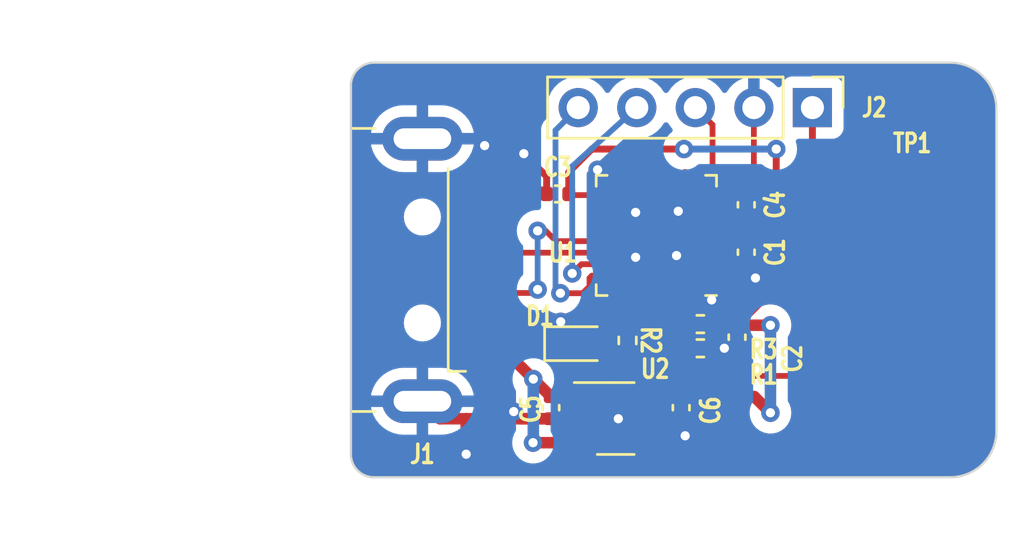
<source format=kicad_pcb>
(kicad_pcb (version 20221018) (generator pcbnew)
  (layers (0 "F.Cu" signal) (31 "B.Cu" signal) (34 "B.Paste" user) (35 "F.Paste" user) (36 "B.SilkS" user "B.Silkscreen") (37 "F.SilkS" user "F.Silkscreen") (38 "B.Mask" user) (39 "F.Mask" user) (44 "Edge.Cuts" user))
  (net 0 "")
  (net 1 "/GND")
  (net 2 "/RST")
  (net 3 "/+3.3V")
  (net 4 "/+5V_USB")
  (net 5 "Net-(D1-A)")
  (net 6 "/USB_DM")
  (net 7 "/USB_DP")
  (net 8 "/SWDCLK")
  (net 9 "/SWDIO")
  (net 10 "/DBG_TX")
  (net 11 "/TOUCH")
  (net 12 "/LED")
  (net 28 "Net-(U1-PB4)")
  (footprint "Package_DFN_QFN:QFN-32-1EP_5x5mm_P0.5mm_EP3.45x3.45mm" (layer "F.Cu") (at 105.55 103.8 180)
    (fp_text reference "U1" (at 4.05 -0.75 unlocked) (layer "F.SilkS") (effects (font (size 0.8 0.6))))
    (fp_text value "STM32L432KCUx")
    (fp_line (start -2.61 2.61) (end -2.61 2.135) (stroke (width 0.12)) (layer "F.SilkS"))
    (fp_line (start -2.135 -2.61) (end -2.61 -2.61) (stroke (width 0.12)) (layer "F.SilkS"))
    (fp_line (start -2.135 2.61) (end -2.61 2.61) (stroke (width 0.12)) (layer "F.SilkS"))
    (fp_line (start 2.135 -2.61) (end 2.61 -2.61) (stroke (width 0.12)) (layer "F.SilkS"))
    (fp_line (start 2.135 2.61) (end 2.61 2.61) (stroke (width 0.12)) (layer "F.SilkS"))
    (fp_line (start 2.61 -2.61) (end 2.61 -2.135) (stroke (width 0.12)) (layer "F.SilkS"))
    (fp_line (start 2.61 2.61) (end 2.61 2.135) (stroke (width 0.12)) (layer "F.SilkS"))
    (pad "1" smd roundrect (at -2.4375 -1.75 180) (size 0.875 0.25) (layers "F.Cu" "F.Paste" "F.Mask") (net 3 "/+3.3V"))
    (pad "2" smd roundrect (at -2.4375 -1.25 180) (size 0.875 0.25) (layers "F.Cu" "F.Paste" "F.Mask"))
    (pad "3" smd roundrect (at -2.4375 -0.75 180) (size 0.875 0.25) (layers "F.Cu" "F.Paste" "F.Mask"))
    (pad "4" smd roundrect (at -2.4375 -0.25 180) (size 0.875 0.25) (layers "F.Cu" "F.Paste" "F.Mask") (net 2 "/RST"))
    (pad "5" smd roundrect (at -2.4375 0.25 180) (size 0.875 0.25) (layers "F.Cu" "F.Paste" "F.Mask") (net 3 "/+3.3V"))
    (pad "6" smd roundrect (at -2.4375 0.75 180) (size 0.875 0.25) (layers "F.Cu" "F.Paste" "F.Mask"))
    (pad "7" smd roundrect (at -2.4375 1.25 180) (size 0.875 0.25) (layers "F.Cu" "F.Paste" "F.Mask"))
    (pad "8" smd roundrect (at -2.4375 1.75 180) (size 0.875 0.25) (layers "F.Cu" "F.Paste" "F.Mask") (net 10 "/DBG_TX"))
    (pad "9" smd roundrect (at -1.75 2.4375 180) (size 0.25 0.875) (layers "F.Cu" "F.Paste" "F.Mask"))
    (pad "10" smd roundrect (at -1.25 2.4375 180) (size 0.25 0.875) (layers "F.Cu" "F.Paste" "F.Mask"))
    (pad "11" smd roundrect (at -0.75 2.4375 180) (size 0.25 0.875) (layers "F.Cu" "F.Paste" "F.Mask"))
    (pad "12" smd roundrect (at -0.25 2.4375 180) (size 0.25 0.875) (layers "F.Cu" "F.Paste" "F.Mask"))
    (pad "13" smd roundrect (at 0.25 2.4375 180) (size 0.25 0.875) (layers "F.Cu" "F.Paste" "F.Mask"))
    (pad "14" smd roundrect (at 0.75 2.4375 180) (size 0.25 0.875) (layers "F.Cu" "F.Paste" "F.Mask"))
    (pad "15" smd roundrect (at 1.25 2.4375 180) (size 0.25 0.875) (layers "F.Cu" "F.Paste" "F.Mask"))
    (pad "16" smd roundrect (at 1.75 2.4375 180) (size 0.25 0.875) (layers "F.Cu" "F.Paste" "F.Mask") (net 1 "/GND"))
    (pad "17" smd roundrect (at 2.4375 1.75 180) (size 0.875 0.25) (layers "F.Cu" "F.Paste" "F.Mask") (net 3 "/+3.3V"))
    (pad "18" smd roundrect (at 2.4375 1.25 180) (size 0.875 0.25) (layers "F.Cu" "F.Paste" "F.Mask"))
    (pad "19" smd roundrect (at 2.4375 0.75 180) (size 0.875 0.25) (layers "F.Cu" "F.Paste" "F.Mask"))
    (pad "20" smd roundrect (at 2.4375 0.25 180) (size 0.875 0.25) (layers "F.Cu" "F.Paste" "F.Mask"))
    (pad "21" smd roundrect (at 2.4375 -0.25 180) (size 0.875 0.25) (layers "F.Cu" "F.Paste" "F.Mask") (net 6 "/USB_DM"))
    (pad "22" smd roundrect (at 2.4375 -0.75 180) (size 0.875 0.25) (layers "F.Cu" "F.Paste" "F.Mask") (net 7 "/USB_DP"))
    (pad "23" smd roundrect (at 2.4375 -1.25 180) (size 0.875 0.25) (layers "F.Cu" "F.Paste" "F.Mask") (net 8 "/SWDCLK"))
    (pad "24" smd roundrect (at 2.4375 -1.75 180) (size 0.875 0.25) (layers "F.Cu" "F.Paste" "F.Mask") (net 9 "/SWDIO"))
    (pad "25" smd roundrect (at 1.75 -2.4375 180) (size 0.25 0.875) (layers "F.Cu" "F.Paste" "F.Mask"))
    (pad "26" smd roundrect (at 1.25 -2.4375 180) (size 0.25 0.875) (layers "F.Cu" "F.Paste" "F.Mask") (net 12 "/LED"))
    (pad "27" smd roundrect (at 0.75 -2.4375 180) (size 0.25 0.875) (layers "F.Cu" "F.Paste" "F.Mask") (net 28 "Net-(U1-PB4)"))
    (pad "28" smd roundrect (at 0.25 -2.4375 180) (size 0.25 0.875) (layers "F.Cu" "F.Paste" "F.Mask") (net 28 "Net-(U1-PB4)"))
    (pad "29" smd roundrect (at -0.25 -2.4375 180) (size 0.25 0.875) (layers "F.Cu" "F.Paste" "F.Mask"))
    (pad "30" smd roundrect (at -0.75 -2.4375 180) (size 0.25 0.875) (layers "F.Cu" "F.Paste" "F.Mask"))
    (pad "31" smd roundrect (at -1.25 -2.4375 180) (size 0.25 0.875) (layers "F.Cu" "F.Paste" "F.Mask") (net 11 "/TOUCH"))
    (pad "32" smd roundrect (at -1.75 -2.4375 180) (size 0.25 0.875) (layers "F.Cu" "F.Paste" "F.Mask") (net 1 "/GND"))
    (pad "33" smd rect (at 0 0 180) (size 3.45 3.45) (layers "F.Cu" "F.Mask") (net 1 "/GND"))
  )
  (footprint "Connector_USB:USB_A_CNCTech_1001-011-01101_Horizontal" (layer "F.Cu") (at 88.5 105.3 180)
    (fp_text reference "J1" (at -6.9 -8 unlocked) (layer "F.SilkS") (effects (font (size 0.8 0.6))))
    (fp_text value "USB_A")
    (fp_line (start -8.02 -4.4) (end -8.775 -4.4) (stroke (width 0.12)) (layer "F.SilkS"))
    (fp_line (start -8.02 -4.4) (end -8.02 4.4) (stroke (width 0.12)) (layer "F.SilkS"))
    (fp_line (start -4.85 -6.145) (end -3.8 -6.145) (stroke (width 0.12)) (layer "F.SilkS"))
    (fp_line (start -4.85 6.145) (end -3.8 6.145) (stroke (width 0.12)) (layer "F.SilkS"))
    (pad "" np_thru_hole circle (at -6.9 -2.3 180) (size 1.1 1.1) (drill 1.1) (layers "*.Cu" "*.Mask"))
    (pad "" np_thru_hole circle (at -6.9 2.3 180) (size 1.1 1.1) (drill 1.1) (layers "*.Cu" "*.Mask"))
    (pad "1" smd rect (at -9.65 -3.5 180) (size 2.5 1.1) (layers "F.Cu" "F.Paste" "F.Mask") (net 4 "/+5V_USB"))
    (pad "2" smd rect (at -9.65 -1 180) (size 2.5 1.1) (layers "F.Cu" "F.Paste" "F.Mask") (net 6 "/USB_DM"))
    (pad "3" smd rect (at -9.65 1 180) (size 2.5 1.1) (layers "F.Cu" "F.Paste" "F.Mask") (net 7 "/USB_DP"))
    (pad "4" smd rect (at -9.65 3.5 180) (size 2.5 1.1) (layers "F.Cu" "F.Paste" "F.Mask") (net 1 "/GND"))
    (pad "5" thru_hole oval (at -6.9 -5.7 180) (size 3.5 1.9) (drill oval 2.5 0.9) (layers "*.Cu" "*.Mask") (net 1 "/GND"))
    (pad "5" thru_hole oval (at -6.9 5.7 180) (size 3.5 1.9) (drill oval 2.5 0.9) (layers "*.Cu" "*.Mask") (net 1 "/GND"))
  )
  (footprint "LED_SMD:LED_0603_1608Metric" (layer "F.Cu") (at 102.1875 108.5)
    (fp_text reference "D1" (at -1.6875 -1.2 unlocked) (layer "F.SilkS") (effects (font (size 0.8 0.6))))
    (fp_text value "LED")
    (fp_line (start -1.485 -0.735) (end -1.485 0.735) (stroke (width 0.12)) (layer "F.SilkS"))
    (fp_line (start -1.485 0.735) (end 0.8 0.735) (stroke (width 0.12)) (layer "F.SilkS"))
    (fp_line (start 0.8 -0.735) (end -1.485 -0.735) (stroke (width 0.12)) (layer "F.SilkS"))
    (pad "1" smd roundrect (at -0.7875 0) (size 0.875 0.95) (layers "F.Cu" "F.Paste" "F.Mask") (net 1 "/GND"))
    (pad "2" smd roundrect (at 0.7875 0) (size 0.875 0.95) (layers "F.Cu" "F.Paste" "F.Mask") (net 5 "Net-(D1-A)"))
  )
  (footprint "Capacitor_SMD:C_0402_1005Metric" (layer "F.Cu") (at 109.05 108.22 90)
    (fp_text reference "C2" (at -0.93 2.4 90 unlocked) (layer "F.SilkS") (effects (font (size 0.8 0.6))))
    (fp_text value "C_0402_100NF_16V")
    (fp_line (start -0.107836 -0.36) (end 0.107836 -0.36) (stroke (width 0.12)) (layer "F.SilkS"))
    (fp_line (start -0.107836 0.36) (end 0.107836 0.36) (stroke (width 0.12)) (layer "F.SilkS"))
    (pad "1" smd roundrect (at -0.48 0 90) (size 0.56 0.62) (layers "F.Cu" "F.Paste" "F.Mask") (net 1 "/GND"))
    (pad "2" smd roundrect (at 0.48 0 90) (size 0.56 0.62) (layers "F.Cu" "F.Paste" "F.Mask") (net 3 "/+3.3V"))
  )
  (footprint "Resistor_SMD:R_0402_1005Metric" (layer "F.Cu") (at 104.3 108.36 90)
    (fp_text reference "R2" (at 0.01 1 270 unlocked) (layer "F.SilkS") (effects (font (size 0.8 0.6))))
    (fp_text value "R_0402_56K")
    (fp_line (start -0.153641 -0.38) (end 0.153641 -0.38) (stroke (width 0.12)) (layer "F.SilkS"))
    (fp_line (start -0.153641 0.38) (end 0.153641 0.38) (stroke (width 0.12)) (layer "F.SilkS"))
    (pad "1" smd roundrect (at -0.51 0 90) (size 0.54 0.64) (layers "F.Cu" "F.Paste" "F.Mask") (net 5 "Net-(D1-A)"))
    (pad "2" smd roundrect (at 0.51 0 90) (size 0.54 0.64) (layers "F.Cu" "F.Paste" "F.Mask") (net 12 "/LED"))
  )
  (footprint "Connector_PinHeader_2.54mm:PinHeader_1x05_P2.54mm_Vertical" (layer "F.Cu") (at 112.32 98.25 -90)
    (fp_text reference "J2" (at 0 -2.68 unlocked) (layer "F.SilkS") (effects (font (size 0.8 0.6))))
    (fp_text value "Conn_01x05")
    (fp_line (start -1.33 -1.33) (end 0 -1.33) (stroke (width 0.12)) (layer "F.SilkS"))
    (fp_line (start -1.33 0) (end -1.33 -1.33) (stroke (width 0.12)) (layer "F.SilkS"))
    (fp_line (start -1.33 1.27) (end -1.33 11.49) (stroke (width 0.12)) (layer "F.SilkS"))
    (fp_line (start -1.33 1.27) (end 1.33 1.27) (stroke (width 0.12)) (layer "F.SilkS"))
    (fp_line (start -1.33 11.49) (end 1.33 11.49) (stroke (width 0.12)) (layer "F.SilkS"))
    (fp_line (start 1.33 1.27) (end 1.33 11.49) (stroke (width 0.12)) (layer "F.SilkS"))
    (pad "1" thru_hole rect (at 0 0 270) (size 1.7 1.7) (drill 1) (layers "*.Cu" "*.Mask") (net 3 "/+3.3V"))
    (pad "2" thru_hole oval (at 0 2.54 270) (size 1.7 1.7) (drill 1) (layers "*.Cu" "*.Mask") (net 1 "/GND"))
    (pad "3" thru_hole oval (at 0 5.08 270) (size 1.7 1.7) (drill 1) (layers "*.Cu" "*.Mask") (net 10 "/DBG_TX"))
    (pad "4" thru_hole oval (at 0 7.62 270) (size 1.7 1.7) (drill 1) (layers "*.Cu" "*.Mask") (net 8 "/SWDCLK"))
    (pad "5" thru_hole oval (at 0 10.16 270) (size 1.7 1.7) (drill 1) (layers "*.Cu" "*.Mask") (net 9 "/SWDIO"))
  )
  (footprint "Capacitor_SMD:C_0402_1005Metric" (layer "F.Cu") (at 100.975 111.28 -90)
    (fp_text reference "C5" (at 0.07 0.875 90 unlocked) (layer "F.SilkS") (effects (font (size 0.8 0.6))))
    (fp_text value "C_0402_1UF_10V")
    (fp_line (start -0.107836 -0.36) (end 0.107836 -0.36) (stroke (width 0.12)) (layer "F.SilkS"))
    (fp_line (start -0.107836 0.36) (end 0.107836 0.36) (stroke (width 0.12)) (layer "F.SilkS"))
    (pad "1" smd roundrect (at -0.48 0 270) (size 0.56 0.62) (layers "F.Cu" "F.Paste" "F.Mask") (net 4 "/+5V_USB"))
    (pad "2" smd roundrect (at 0.48 0 270) (size 0.56 0.62) (layers "F.Cu" "F.Paste" "F.Mask") (net 1 "/GND"))
  )
  (footprint "CapSensor:CapSensor_8mm" (layer "F.Cu") (at 116 105.45)
    (fp_text reference "TP1" (at 0.65 -5.65 unlocked) (layer "F.SilkS") (effects (font (size 0.8 0.6))))
    (fp_text value "TestPoint")
    (pad "1" smd circle (at 0 0) (size 8 8) (layers "F.Cu" "F.Paste" "F.Mask") (net 11 "/TOUCH"))
  )
  (footprint "Capacitor_SMD:C_0402_1005Metric" (layer "F.Cu") (at 106.625 111.28 -90)
    (fp_text reference "C6" (at 0.12 -1.275 90 unlocked) (layer "F.SilkS") (effects (font (size 0.8 0.6))))
    (fp_text value "C_0402_1UF_10V")
    (fp_line (start -0.107836 -0.36) (end 0.107836 -0.36) (stroke (width 0.12)) (layer "F.SilkS"))
    (fp_line (start -0.107836 0.36) (end 0.107836 0.36) (stroke (width 0.12)) (layer "F.SilkS"))
    (pad "1" smd roundrect (at -0.48 0 270) (size 0.56 0.62) (layers "F.Cu" "F.Paste" "F.Mask") (net 3 "/+3.3V"))
    (pad "2" smd roundrect (at 0.48 0 270) (size 0.56 0.62) (layers "F.Cu" "F.Paste" "F.Mask") (net 1 "/GND"))
  )
  (footprint "Resistor_SMD:R_0402_1005Metric" (layer "F.Cu") (at 107.46 108.7 180)
    (fp_text reference "R1" (at -2.74 -1.15 unlocked) (layer "F.SilkS") (effects (font (size 0.8 0.6))))
    (fp_text value "R_0402_56K")
    (fp_line (start -0.153641 -0.38) (end 0.153641 -0.38) (stroke (width 0.12)) (layer "F.SilkS"))
    (fp_line (start -0.153641 0.38) (end 0.153641 0.38) (stroke (width 0.12)) (layer "F.SilkS"))
    (pad "1" smd roundrect (at -0.51 0 180) (size 0.54 0.64) (layers "F.Cu" "F.Paste" "F.Mask") (net 1 "/GND"))
    (pad "2" smd roundrect (at 0.51 0 180) (size 0.54 0.64) (layers "F.Cu" "F.Paste" "F.Mask") (net 11 "/TOUCH"))
  )
  (footprint "Capacitor_SMD:C_0402_1005Metric" (layer "F.Cu") (at 109.45 102.47 -90)
    (fp_text reference "C4" (at 0 -1.25 90 unlocked) (layer "F.SilkS") (effects (font (size 0.8 0.6))))
    (fp_text value "C_0402_100NF_16V")
    (fp_line (start -0.107836 -0.36) (end 0.107836 -0.36) (stroke (width 0.12)) (layer "F.SilkS"))
    (fp_line (start -0.107836 0.36) (end 0.107836 0.36) (stroke (width 0.12)) (layer "F.SilkS"))
    (pad "1" smd roundrect (at -0.48 0 270) (size 0.56 0.62) (layers "F.Cu" "F.Paste" "F.Mask") (net 1 "/GND"))
    (pad "2" smd roundrect (at 0.48 0 270) (size 0.56 0.62) (layers "F.Cu" "F.Paste" "F.Mask") (net 3 "/+3.3V"))
  )
  (footprint "Capacitor_SMD:C_0402_1005Metric" (layer "F.Cu") (at 109.45 104.53 90)
    (fp_text reference "C1" (at 0 1.25 90 unlocked) (layer "F.SilkS") (effects (font (size 0.8 0.6))))
    (fp_text value "C_0402_100NF_16V")
    (fp_line (start -0.107836 -0.36) (end 0.107836 -0.36) (stroke (width 0.12)) (layer "F.SilkS"))
    (fp_line (start -0.107836 0.36) (end 0.107836 0.36) (stroke (width 0.12)) (layer "F.SilkS"))
    (pad "1" smd roundrect (at -0.48 0 90) (size 0.56 0.62) (layers "F.Cu" "F.Paste" "F.Mask") (net 1 "/GND"))
    (pad "2" smd roundrect (at 0.48 0 90) (size 0.56 0.62) (layers "F.Cu" "F.Paste" "F.Mask") (net 2 "/RST"))
  )
  (footprint "Package_TO_SOT_SMD:SOT-23-5" (layer "F.Cu") (at 103.7875 111.75)
    (fp_text reference "U2" (at 1.7125 -2.15 unlocked) (layer "F.SilkS") (effects (font (size 0.8 0.6))))
    (fp_text value "TPS73633DBV")
    (fp_line (start 0 -1.56) (end -1.8 -1.56) (stroke (width 0.12)) (layer "F.SilkS"))
    (fp_line (start 0 -1.56) (end 0.8 -1.56) (stroke (width 0.12)) (layer "F.SilkS"))
    (fp_line (start 0 1.56) (end -0.8 1.56) (stroke (width 0.12)) (layer "F.SilkS"))
    (fp_line (start 0 1.56) (end 0.8 1.56) (stroke (width 0.12)) (layer "F.SilkS"))
    (pad "1" smd roundrect (at -1.1375 -0.95) (size 1.325 0.6) (layers "F.Cu" "F.Paste" "F.Mask") (net 4 "/+5V_USB"))
    (pad "2" smd roundrect (at -1.1375 0) (size 1.325 0.6) (layers "F.Cu" "F.Paste" "F.Mask") (net 1 "/GND"))
    (pad "3" smd roundrect (at -1.1375 0.95) (size 1.325 0.6) (layers "F.Cu" "F.Paste" "F.Mask") (net 4 "/+5V_USB"))
    (pad "4" smd roundrect (at 1.1375 0.95) (size 1.325 0.6) (layers "F.Cu" "F.Paste" "F.Mask"))
    (pad "5" smd roundrect (at 1.1375 -0.95) (size 1.325 0.6) (layers "F.Cu" "F.Paste" "F.Mask") (net 3 "/+3.3V"))
  )
  (footprint "Capacitor_SMD:C_0402_1005Metric" (layer "F.Cu") (at 101.27 102)
    (fp_text reference "C3" (at 0 -1.16 unlocked) (layer "F.SilkS") (effects (font (size 0.8 0.6))))
    (fp_text value "C_0402_100NF_16V")
    (fp_line (start -0.107836 -0.36) (end 0.107836 -0.36) (stroke (width 0.12)) (layer "F.SilkS"))
    (fp_line (start -0.107836 0.36) (end 0.107836 0.36) (stroke (width 0.12)) (layer "F.SilkS"))
    (pad "1" smd roundrect (at -0.48 0) (size 0.56 0.62) (layers "F.Cu" "F.Paste" "F.Mask") (net 1 "/GND"))
    (pad "2" smd roundrect (at 0.48 0) (size 0.56 0.62) (layers "F.Cu" "F.Paste" "F.Mask") (net 3 "/+3.3V"))
  )
  (footprint "Resistor_SMD:R_0402_1005Metric" (layer "F.Cu") (at 107.46 107.65 180)
    (fp_text reference "R3" (at -2.74 -1.1 unlocked) (layer "F.SilkS") (effects (font (size 0.8 0.6))))
    (fp_text value "NC")
    (fp_line (start -0.153641 -0.38) (end 0.153641 -0.38) (stroke (width 0.12)) (layer "F.SilkS"))
    (fp_line (start -0.153641 0.38) (end 0.153641 0.38) (stroke (width 0.12)) (layer "F.SilkS"))
    (pad "1" smd roundrect (at -0.51 0 180) (size 0.54 0.64) (layers "F.Cu" "F.Paste" "F.Mask") (net 3 "/+3.3V"))
    (pad "2" smd roundrect (at 0.51 0 180) (size 0.54 0.64) (layers "F.Cu" "F.Paste" "F.Mask") (net 11 "/TOUCH"))
  )
  (gr_arc (start 118.3 96.3) (mid 119.714214 96.885786) (end 120.3 98.3) (stroke (width 0.1)) (layer "Edge.Cuts"))
  (gr_line (start 93.3 114.3) (end 118.3 114.3) (stroke (width 0.1)) (layer "Edge.Cuts"))
  (gr_line (start 120.3 112.3) (end 120.3 98.3) (stroke (width 0.1)) (layer "Edge.Cuts"))
  (gr_arc (start 93.3 114.3) (mid 92.592893 114.007107) (end 92.3 113.3) (stroke (width 0.1)) (layer "Edge.Cuts"))
  (gr_arc (start 120.3 112.3) (mid 119.714214 113.714214) (end 118.3 114.3) (stroke (width 0.1)) (layer "Edge.Cuts"))
  (gr_line (start 92.3 97.3) (end 92.3 113.3) (stroke (width 0.1)) (layer "Edge.Cuts"))
  (gr_line (start 118.3 96.3) (end 93.3 96.3) (stroke (width 0.1)) (layer "Edge.Cuts"))
  (gr_arc (start 92.3 97.3) (mid 92.592893 96.592893) (end 93.3 96.3) (stroke (width 0.1)) (layer "Edge.Cuts"))
  (segment (start 109.78 101.66) (end 109.78 98.25) (width 0.25) (layer "F.Cu") (net 1))
  (segment (start 103.4125 101.3625) (end 103 100.95) (width 0.25) (layer "F.Cu") (net 1))
  (segment (start 107.3 106.2375) (end 107.5875 106.2375) (width 0.25) (layer "F.Cu") (net 1))
  (segment (start 105.55 103.8) (end 106.425 104.675) (width 0.3) (layer "F.Cu") (net 1))
  (segment (start 98.15 101.8) (end 98.15 99.95) (width 0.3) (layer "F.Cu") (net 1))
  (segment (start 100.985 111.75) (end 100.975 111.76) (width 0.5) (layer "F.Cu") (net 1))
  (segment (start 105.55 103.7) (end 104.65 102.8) (width 0.3) (layer "F.Cu") (net 1))
  (segment (start 97.3 111.76) (end 97.3 113.3) (width 0.5) (layer "F.Cu") (net 1))
  (segment (start 105.55 103.85) (end 104.65 104.75) (width 0.3) (layer "F.Cu") (net 1))
  (segment (start 108.5 108.7) (end 107.97 108.7) (width 0.5) (layer "F.Cu") (net 1))
  (segment (start 107.225 105.975) (end 107.225 105.475) (width 0.2) (layer "F.Cu") (net 1))
  (segment (start 96.16 111.76) (end 95.4 111) (width 0.5) (layer "F.Cu") (net 1))
  (segment (start 100.59 101.8) (end 98.15 101.8) (width 0.25) (layer "F.Cu") (net 1))
  (segment (start 97.3 111.76) (end 96.16 111.76) (width 0.5) (layer "F.Cu") (net 1))
  (segment (start 100.79 101.24) (end 99.8 100.25) (width 0.3) (layer "F.Cu") (net 1))
  (segment (start 105.55 103.8) (end 105.55 103.85) (width 0.3) (layer "F.Cu") (net 1))
  (segment (start 103.8 101.3625) (end 103.4125 101.3625) (width 0.25) (layer "F.Cu") (net 1))
  (segment (start 102.66 111.76) (end 102.65 111.75) (width 0.5) (layer "F.Cu") (net 1))
  (segment (start 106.625 111.76) (end 102.66 111.76) (width 0.5) (layer "F.Cu") (net 1))
  (segment (start 101.4 108.5) (end 101.4 107.55) (width 0.5) (layer "F.Cu") (net 1))
  (segment (start 100.79 102) (end 100.79 101.24) (width 0.3) (layer "F.Cu") (net 1))
  (segment (start 109.45 105.01) (end 109.45 105.25) (width 0.3) (layer "F.Cu") (net 1))
  (segment (start 103.8 101.3625) (end 103.85 101.4125) (width 0.2) (layer "F.Cu") (net 1))
  (segment (start 109.45 105.25) (end 109.85 105.65) (width 0.3) (layer "F.Cu") (net 1))
  (segment (start 100.975 111.76) (end 99.673 111.76) (width 0.5) (layer "F.Cu") (net 1))
  (segment (start 107.3 106.2375) (end 107.3 106.05) (width 0.2) (layer "F.Cu") (net 1))
  (segment (start 99.673 111.76) (end 99.363 111.45) (width 0.5) (layer "F.Cu") (net 1))
  (segment (start 109.45 101.99) (end 109.78 101.66) (width 0.25) (layer "F.Cu") (net 1))
  (segment (start 107.5875 106.2375) (end 107.95 106.6) (width 0.25) (layer "F.Cu") (net 1))
  (segment (start 105.55 103.8) (end 105.55 103.7) (width 0.3) (layer "F.Cu") (net 1))
  (segment (start 103.85 102) (end 104.65 102.8) (width 0.2) (layer "F.Cu") (net 1))
  (segment (start 106.625 111.76) (end 106.625 112.325) (width 0.5) (layer "F.Cu") (net 1))
  (segment (start 107.3 106.05) (end 107.225 105.975) (width 0.2) (layer "F.Cu") (net 1))
  (segment (start 100.975 111.76) (end 97.3 111.76) (width 0.5) (layer "F.Cu") (net 1))
  (segment (start 98.15 99.95) (end 98.1 99.9) (width 0.3) (layer "F.Cu") (net 1))
  (segment (start 102.65 111.75) (end 100.985 111.75) (width 0.5) (layer "F.Cu") (net 1))
  (segment (start 106.625 112.325) (end 106.8 112.5) (width 0.5) (layer "F.Cu") (net 1))
  (segment (start 107.225 105.475) (end 106.425 104.675) (width 0.2) (layer "F.Cu") (net 1))
  (segment (start 100.79 102) (end 100.59 101.8) (width 0.25) (layer "F.Cu") (net 1))
  (segment (start 105.55 103.7) (end 106.5 102.75) (width 0.3) (layer "F.Cu") (net 1))
  (segment (start 109.05 108.7) (end 108.5 108.7) (width 0.5) (layer "F.Cu") (net 1))
  (segment (start 103.85 101.4125) (end 103.85 102) (width 0.2) (layer "F.Cu") (net 1))
  (via (at 97.3 113.3) (size 0.8) (drill 0.4) (layers "F.Cu" "B.Cu") (net 1))
  (via (at 103 100.95) (size 0.8) (drill 0.4) (layers "F.Cu" "B.Cu") (net 1))
  (via (at 104.65 102.8) (size 0.8) (drill 0.4) (layers "F.Cu" "B.Cu") (net 1))
  (via (at 106.5 102.75) (size 0.8) (drill 0.4) (layers "F.Cu" "B.Cu") (net 1))
  (via (at 106.425 104.675) (size 0.8) (drill 0.4) (layers "F.Cu" "B.Cu") (net 1))
  (via (at 109.85 105.65) (size 0.8) (drill 0.4) (layers "F.Cu" "B.Cu") (net 1))
  (via (at 99.8 100.25) (size 0.8) (drill 0.4) (layers "F.Cu" "B.Cu") (net 1))
  (via (at 101.4 107.55) (size 0.8) (drill 0.4) (layers "F.Cu" "B.Cu") (net 1))
  (via (at 103.9 111.76) (size 0.8) (drill 0.4) (layers "F.Cu" "B.Cu") (net 1))
  (via (at 99.363 111.45) (size 0.8) (drill 0.4) (layers "F.Cu" "B.Cu") (net 1))
  (via (at 106.8 112.5) (size 0.8) (drill 0.4) (layers "F.Cu" "B.Cu") (net 1))
  (via (at 107.95 106.6) (size 0.8) (drill 0.4) (layers "F.Cu" "B.Cu") (net 1))
  (via (at 98.1 99.9) (size 0.8) (drill 0.4) (layers "F.Cu" "B.Cu") (net 1))
  (via (at 108.5 108.7) (size 0.8) (drill 0.4) (layers "F.Cu" "B.Cu") (net 1))
  (via (at 104.65 104.75) (size 0.8) (drill 0.4) (layers "F.Cu" "B.Cu") (net 1))
  (segment (start 107.9875 104.05) (end 109.45 104.05) (width 0.25) (layer "F.Cu") (net 2))
  (segment (start 109.8 110.8) (end 110.5 111.5) (width 0.5) (layer "F.Cu") (net 3))
  (segment (start 107.9875 105.55) (end 108.4 105.55) (width 0.25) (layer "F.Cu") (net 3))
  (segment (start 109.875 102.875) (end 112.32 100.43) (width 0.25) (layer "F.Cu") (net 3))
  (segment (start 109.05 106.2) (end 109.05 107.74) (width 0.25) (layer "F.Cu") (net 3))
  (segment (start 101.8 102.05) (end 101.75 102) (width 0.25) (layer "F.Cu") (net 3))
  (segment (start 101.75 102) (end 101.75 101.05) (width 0.3) (layer "F.Cu") (net 3))
  (segment (start 102.75 100.05) (end 106.5 100.05) (width 0.3) (layer "F.Cu") (net 3))
  (segment (start 110.5 107.7) (end 109.09 107.7) (width 0.5) (layer "F.Cu") (net 3))
  (segment (start 107.9875 103.55) (end 108.85 103.55) (width 0.25) (layer "F.Cu") (net 3))
  (segment (start 106.5 100.05) (end 106.75 100.05) (width 0.3) (layer "F.Cu") (net 3))
  (segment (start 110.75 102) (end 109.875 102.875) (width 0.3) (layer "F.Cu") (net 3))
  (segment (start 110.75 102) (end 112.32 100.43) (width 0.3) (layer "F.Cu") (net 3))
  (segment (start 108.4 105.55) (end 109.05 106.2) (width 0.25) (layer "F.Cu") (net 3))
  (segment (start 110.75 106.04) (end 109.05 107.74) (width 0.3) (layer "F.Cu") (net 3))
  (segment (start 109.8 102.95) (end 109.875 102.875) (width 0.25) (layer "F.Cu") (net 3))
  (segment (start 110.75 102) (end 110.75 106.04) (width 0.3) (layer "F.Cu") (net 3))
  (segment (start 110.75 100.05) (end 110.75 102) (width 0.3) (layer "F.Cu") (net 3))
  (segment (start 112.32 100.43) (end 112.32 98.25) (width 0.3) (layer "F.Cu") (net 3))
  (segment (start 107.97 107.65) (end 108.96 107.65) (width 0.25) (layer "F.Cu") (net 3))
  (segment (start 108.96 107.65) (end 109.05 107.74) (width 0.25) (layer "F.Cu") (net 3))
  (segment (start 106.625 110.8) (end 104.925 110.8) (width 0.5) (layer "F.Cu") (net 3))
  (segment (start 106.625 110.8) (end 109.8 110.8) (width 0.5) (layer "F.Cu") (net 3))
  (segment (start 109.45 102.95) (end 109.8 102.95) (width 0.25) (layer "F.Cu") (net 3))
  (segment (start 103.1125 102.05) (end 101.8 102.05) (width 0.25) (layer "F.Cu") (net 3))
  (segment (start 101.75 101.05) (end 102.75 100.05) (width 0.3) (layer "F.Cu") (net 3))
  (segment (start 109.09 107.7) (end 109.05 107.74) (width 0.5) (layer "F.Cu") (net 3))
  (segment (start 108.85 103.55) (end 109.45 102.95) (width 0.25) (layer "F.Cu") (net 3))
  (via (at 106.75 100.05) (size 0.8) (drill 0.4) (layers "F.Cu" "B.Cu") (net 3))
  (via (at 110.5 107.7) (size 0.8) (drill 0.4) (layers "F.Cu" "B.Cu") (net 3))
  (via (at 110.75 100.05) (size 0.8) (drill 0.4) (layers "F.Cu" "B.Cu") (net 3))
  (via (at 110.5 111.5) (size 0.8) (drill 0.4) (layers "F.Cu" "B.Cu") (net 3))
  (segment (start 110.5 111.5) (end 110.5 107.7) (width 0.5) (layer "B.Cu") (net 3))
  (segment (start 106.75 100.05) (end 110.75 100.05) (width 0.3) (layer "B.Cu") (net 3))
  (segment (start 102.65 110.8) (end 100.975 110.8) (width 0.5) (layer "F.Cu") (net 4))
  (segment (start 98.975 108.8) (end 100.975 110.8) (width 0.5) (layer "F.Cu") (net 4))
  (segment (start 98.15 108.8) (end 98.975 108.8) (width 0.5) (layer "F.Cu") (net 4))
  (segment (start 100.2 112.8) (end 101.4 112.8) (width 0.5) (layer "F.Cu") (net 4))
  (segment (start 101.5 112.7) (end 102.65 112.7) (width 0.5) (layer "F.Cu") (net 4))
  (segment (start 101.4 112.8) (end 101.5 112.7) (width 0.5) (layer "F.Cu") (net 4))
  (via (at 100.2 112.8) (size 0.8) (drill 0.4) (layers "F.Cu" "B.Cu") (net 4))
  (via (at 100.2125 110.0375) (size 0.8) (drill 0.4) (layers "F.Cu" "B.Cu") (net 4))
  (segment (start 100.2125 112.7875) (end 100.2 112.8) (width 0.5) (layer "B.Cu") (net 4))
  (segment (start 100.2125 110.0375) (end 100.2125 112.7875) (width 0.5) (layer "B.Cu") (net 4))
  (segment (start 103.345 108.87) (end 102.975 108.5) (width 0.25) (layer "F.Cu") (net 5))
  (segment (start 104.3 108.87) (end 103.345 108.87) (width 0.25) (layer "F.Cu") (net 5))
  (segment (start 101.2 104.05) (end 100.75 103.6) (width 0.25) (layer "F.Cu") (net 6))
  (segment (start 100.4 106.15) (end 100.6 106.3) (width 0.25) (layer "F.Cu") (net 6))
  (segment (start 100.75 103.6) (end 100.4 103.6) (width 0.25) (layer "F.Cu") (net 6))
  (segment (start 101.2 104.05) (end 103.1125 104.05) (width 0.25) (layer "F.Cu") (net 6))
  (segment (start 100.6 106.3) (end 98.15 106.3) (width 0.25) (layer "F.Cu") (net 6))
  (via (at 100.4 106.15) (size 0.8) (drill 0.4) (layers "F.Cu" "B.Cu") (net 6))
  (via (at 100.4 103.6) (size 0.8) (drill 0.4) (layers "F.Cu" "B.Cu") (net 6))
  (segment (start 100.4 103.6) (end 100.4 106.15) (width 0.25) (layer "B.Cu") (net 6))
  (segment (start 98.4 104.55) (end 98.15 104.3) (width 0.25) (layer "F.Cu") (net 7))
  (segment (start 103.1125 104.55) (end 98.4 104.55) (width 0.25) (layer "F.Cu") (net 7))
  (segment (start 103.1125 105.05) (end 102.3 105.05) (width 0.25) (layer "F.Cu") (net 8))
  (segment (start 102.3 105.05) (end 101.9 105.45) (width 0.25) (layer "F.Cu") (net 8))
  (via (at 101.9 105.45) (size 0.8) (drill 0.4) (layers "F.Cu" "B.Cu") (net 8))
  (segment (start 101.9 105.45) (end 101.9 100.8) (width 0.25) (layer "B.Cu") (net 8))
  (segment (start 101.9 100.8) (end 104.7 98.25) (width 0.25) (layer "B.Cu") (net 8))
  (segment (start 102.65 105.65) (end 102.65 106.0125) (width 0.25) (layer "F.Cu") (net 9))
  (segment (start 101.386601 106.310076) (end 102.352424 106.310076) (width 0.25) (layer "F.Cu") (net 9))
  (segment (start 103.1125 105.55) (end 102.75 105.55) (width 0.25) (layer "F.Cu") (net 9))
  (segment (start 102.75 105.55) (end 102.65 105.65) (width 0.25) (layer "F.Cu") (net 9))
  (segment (start 102.65 106.0125) (end 102.352424 106.310076) (width 0.25) (layer "F.Cu") (net 9))
  (via (at 101.386601 106.310076) (size 0.8) (drill 0.4) (layers "F.Cu" "B.Cu") (net 9))
  (segment (start 101.175 106.098475) (end 101.386601 106.310076) (width 0.25) (layer "B.Cu") (net 9))
  (segment (start 101.175 99.235) (end 101.175 106.098475) (width 0.25) (layer "B.Cu") (net 9))
  (segment (start 102.16 98.25) (end 101.175 99.235) (width 0.25) (layer "B.Cu") (net 9))
  (segment (start 107.9875 98.9975) (end 107.24 98.25) (width 0.25) (layer "F.Cu") (net 10))
  (segment (start 107.9875 102.05) (end 107.9875 98.9975) (width 0.25) (layer "F.Cu") (net 10))
  (segment (start 106.95 109.3) (end 107.55 109.9) (width 0.25) (layer "F.Cu") (net 11))
  (segment (start 106.8 107.5) (end 106.95 107.65) (width 0.25) (layer "F.Cu") (net 11))
  (segment (start 106.8 106.2375) (end 106.8 107.5) (width 0.25) (layer "F.Cu") (net 11))
  (segment (start 107.55 109.9) (end 111.55 109.9) (width 0.25) (layer "F.Cu") (net 11))
  (segment (start 106.95 107.65) (end 106.95 108.7) (width 0.25) (layer "F.Cu") (net 11))
  (segment (start 106.95 108.7) (end 106.95 109.3) (width 0.25) (layer "F.Cu") (net 11))
  (segment (start 111.55 109.9) (end 116 105.45) (width 0.25) (layer "F.Cu") (net 11))
  (segment (start 104.3 106.2375) (end 104.3 107.85) (width 0.25) (layer "F.Cu") (net 12))
  (segment (start 105.2 107.15) (end 105.3 107.05) (width 0.25) (layer "F.Cu") (net 28))
  (segment (start 104.8 106.2375) (end 104.8 107.05) (width 0.25) (layer "F.Cu") (net 28))
  (segment (start 104.8 107.05) (end 104.9 107.15) (width 0.25) (layer "F.Cu") (net 28))
  (segment (start 105.3 107.05) (end 105.3 106.2375) (width 0.25) (layer "F.Cu") (net 28))
  (segment (start 104.9 107.15) (end 105.2 107.15) (width 0.25) (layer "F.Cu") (net 28))
  (zone (net 1) (net_name "/GND") (layer "B.Cu") (connect_pads (clearance 0.5)) (min_thickness 0.25) (fill yes (thermal_gap 0.5) (thermal_bridge_width 0.5))
    (polygon (pts (xy 91.4 95.65) (xy 91.4 115.3) (xy 121.5 115.25) (xy 121.5 95.55)))
  )
)
</source>
